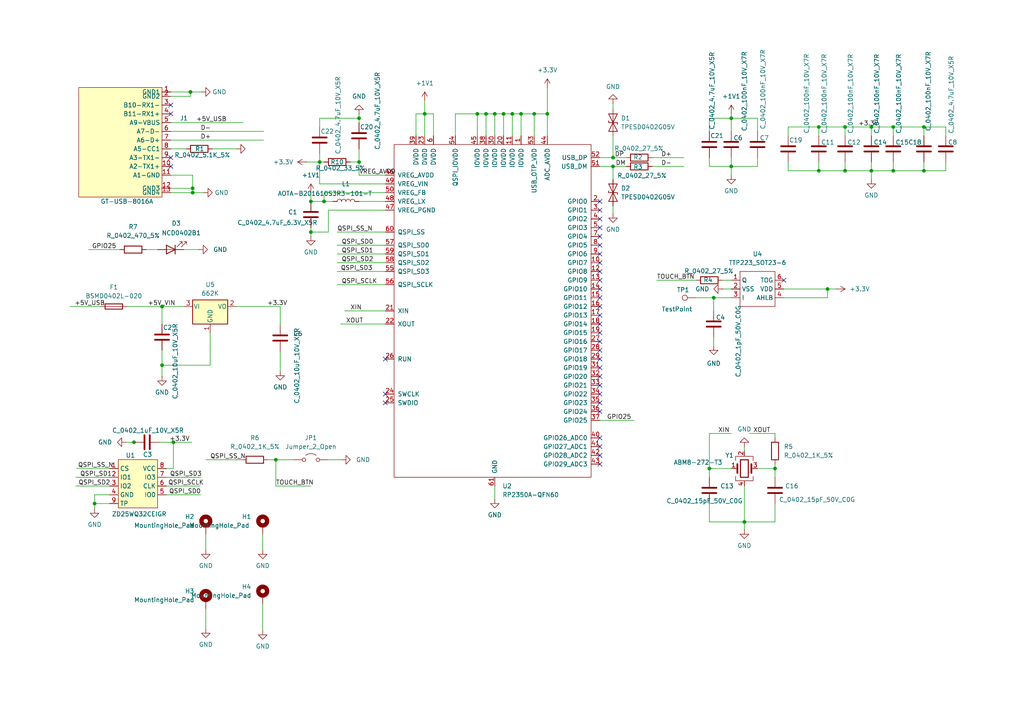
<source format=kicad_sch>
(kicad_sch (version 20250114) (generator "eeschema") (generator_version "9.0")
  (paper "A4")
  (lib_symbols
    (symbol "Connector:TestPoint" (pin_numbers (hide yes)) (pin_names (offset 0.762) (hide yes))
      (property "Reference" "TP" (at 0 6.858 0))
      (property "Value" "TestPoint" (at 0 5.08 0))
      (symbol "TestPoint_0_1"
        (circle (center 0 3.302) (radius 0.762))
      )
      (symbol "TestPoint_1_1"
        (pin passive line (at 0 0 90) (length 2.54) (name "1") (number "1"))
      )
    )
    (symbol "Device:C" (pin_numbers (hide yes)) (pin_names (offset 0.254))
      (property "Reference" "C" (at 0.635 2.54 0))
      (property "Value" "C" (at 0.635 -2.54 0))
      (symbol "C_0_1"
        (polyline (pts (xy -2.032 0.762) (xy 2.032 0.762)) (stroke (width 0.508)))
        (polyline (pts (xy -2.032 -0.762) (xy 2.032 -0.762)) (stroke (width 0.508)))
      )
      (symbol "C_1_1"
        (pin passive line (at 0 3.81 270) (length 2.794) (name "~") (number "1"))
        (pin passive line (at 0 -3.81 90) (length 2.794) (name "~") (number "2"))
      )
    )
    (symbol "Device:Crystal_GND24" (pin_names (offset 1.016) (hide yes))
      (property "Reference" "Y" (at 3.175 5.08 0))
      (property "Value" "Crystal_GND24" (at 3.175 3.175 0))
      (symbol "Crystal_GND24_0_1"
        (polyline (pts (xy -2.54 2.286) (xy -2.54 3.556) (xy 2.54 3.556) (xy 2.54 2.286)))
        (polyline (pts (xy -2.54 0) (xy -2.032 0)))
        (polyline (pts (xy -2.54 -2.286) (xy -2.54 -3.556) (xy 2.54 -3.556) (xy 2.54 -2.286)))
        (polyline (pts (xy -2.032 -1.27) (xy -2.032 1.27)) (stroke (width 0.508)))
        (rectangle (start -1.143 2.54) (end 1.143 -2.54) (stroke (width 0.3048)))
        (polyline (pts (xy 0 3.556) (xy 0 3.81)))
        (polyline (pts (xy 0 -3.81) (xy 0 -3.556)))
        (polyline (pts (xy 2.032 0) (xy 2.54 0)))
        (polyline (pts (xy 2.032 -1.27) (xy 2.032 1.27)) (stroke (width 0.508)))
      )
      (symbol "Crystal_GND24_1_1"
        (pin passive line (at -3.81 0 0) (length 1.27) (name "1") (number "1"))
        (pin passive line (at 0 5.08 270) (length 1.27) (name "2") (number "2"))
        (pin passive line (at 0 -5.08 90) (length 1.27) (name "4") (number "4"))
        (pin passive line (at 3.81 0 180) (length 1.27) (name "3") (number "3"))
      )
    )
    (symbol "Device:Fuse" (pin_numbers (hide yes)) (pin_names (offset 0))
      (property "Reference" "F" (at 2.032 0 90))
      (property "Value" "Fuse" (at -1.905 0 90))
      (symbol "Fuse_0_1"
        (rectangle (start -0.762 -2.54) (end 0.762 2.54) (stroke (width 0.254)))
        (polyline (pts (xy 0 2.54) (xy 0 -2.54)))
      )
      (symbol "Fuse_1_1"
        (pin passive line (at 0 3.81 270) (length 1.27) (name "~") (number "1"))
        (pin passive line (at 0 -3.81 90) (length 1.27) (name "~") (number "2"))
      )
    )
    (symbol "Device:L" (pin_numbers (hide yes)) (pin_names (offset 1.016) (hide yes))
      (property "Reference" "L" (at -1.27 0 90))
      (property "Value" "L" (at 1.905 0 90))
      (symbol "L_0_1"
        (arc (start 0 2.54) (mid 0.6323 1.905) (end 0 1.27))
        (arc (start 0 1.27) (mid 0.6323 0.635) (end 0 0))
        (arc (start 0 0) (mid 0.6323 -0.635) (end 0 -1.27))
        (arc (start 0 -1.27) (mid 0.6323 -1.905) (end 0 -2.54))
      )
      (symbol "L_1_1"
        (pin passive line (at 0 3.81 270) (length 1.27) (name "1") (number "1"))
        (pin passive line (at 0 -3.81 90) (length 1.27) (name "2") (number "2"))
      )
    )
    (symbol "Device:LED" (pin_numbers (hide yes)) (pin_names (offset 1.016) (hide yes))
      (property "Reference" "D" (at 0 2.54 0))
      (property "Value" "LED" (at 0 -2.54 0))
      (symbol "LED_0_1"
        (polyline (pts (xy -3.048 -0.762) (xy -4.572 -2.286) (xy -3.81 -2.286) (xy -4.572 -2.286) (xy -4.572 -1.524)))
        (polyline (pts (xy -1.778 -0.762) (xy -3.302 -2.286) (xy -2.54 -2.286) (xy -3.302 -2.286) (xy -3.302 -1.524)))
        (polyline (pts (xy -1.27 0) (xy 1.27 0)))
        (polyline (pts (xy -1.27 -1.27) (xy -1.27 1.27)) (stroke (width 0.254)))
        (polyline (pts (xy 1.27 -1.27) (xy 1.27 1.27) (xy -1.27 0) (xy 1.27 -1.27)) (stroke (width 0.254)))
      )
      (symbol "LED_1_1"
        (pin passive line (at -3.81 0 0) (length 2.54) (name "K") (number "1"))
        (pin passive line (at 3.81 0 180) (length 2.54) (name "A") (number "2"))
      )
    )
    (symbol "Device:R" (pin_numbers (hide yes)) (pin_names (offset 0))
      (property "Reference" "R" (at 2.032 0 90))
      (property "Value" "R" (at 0 0 90))
      (symbol "R_0_1"
        (rectangle (start -1.016 -2.54) (end 1.016 2.54) (stroke (width 0.254)))
      )
      (symbol "R_1_1"
        (pin passive line (at 0 3.81 270) (length 1.27) (name "~") (number "1"))
        (pin passive line (at 0 -3.81 90) (length 1.27) (name "~") (number "2"))
      )
    )
    (symbol "Diode:ESD9B5.0ST5G" (pin_numbers (hide yes)) (pin_names (offset 1.016) (hide yes))
      (property "Reference" "D" (at 0 2.54 0))
      (property "Value" "ESD9B5.0ST5G" (at 0 -2.54 0))
      (symbol "ESD9B5.0ST5G_0_1"
        (polyline (pts (xy -2.54 -1.27) (xy 0 0) (xy -2.54 1.27) (xy -2.54 -1.27)) (stroke (width 0.2032)))
        (polyline (pts (xy 0.508 1.27) (xy 0 1.27) (xy 0 -1.27) (xy -0.508 -1.27)) (stroke (width 0.2032)))
        (polyline (pts (xy 1.27 0) (xy -1.27 0)))
        (polyline (pts (xy 2.54 1.27) (xy 2.54 -1.27) (xy 0 0) (xy 2.54 1.27)) (stroke (width 0.2032)))
      )
      (symbol "ESD9B5.0ST5G_1_1"
        (pin passive line (at -3.81 0 0) (length 2.54) (name "A1") (number "1"))
        (pin passive line (at 3.81 0 180) (length 2.54) (name "A2") (number "2"))
      )
    )
    (symbol "Jumper:Jumper_2_Open" (pin_numbers (hide yes)) (pin_names (offset 0) (hide yes)) (exclude_from_sim yes)
      (property "Reference" "JP" (at 0 2.794 0))
      (property "Value" "Jumper_2_Open" (at 0 -2.286 0))
      (symbol "Jumper_2_Open_0_0"
        (circle (center -2.032 0) (radius 0.508))
        (circle (center 2.032 0) (radius 0.508))
      )
      (symbol "Jumper_2_Open_0_1"
        (arc (start -1.524 1.27) (mid 0 1.778) (end 1.524 1.27))
      )
      (symbol "Jumper_2_Open_1_1"
        (pin passive line (at -5.08 0 0) (length 2.54) (name "A") (number "1"))
        (pin passive line (at 5.08 0 180) (length 2.54) (name "B") (number "2"))
      )
    )
    (symbol "LT_RP2350A:RP2350A-QFN60" (pin_names (offset 1.016))
      (property "Reference" "U" (at 0 -1.27 0))
      (property "Value" "RP2350A-QFN60" (at 0 1.27 0))
      (symbol "RP2350A-QFN60_0_1"
        (rectangle (start -29.21 44.45) (end 27.94 -52.07))
      )
      (symbol "RP2350A-QFN60_1_0"
        (pin passive line (at 0 -54.61 90) (length 2.54) (name "GND") (number "61"))
      )
      (symbol "RP2350A-QFN60_1_1"
        (pin power_in line (at -31.75 35.56 0) (length 2.54) (name "VREG_AVDD") (number "46"))
        (pin power_in line (at -31.75 33.02 0) (length 2.54) (name "VREG_VIN") (number "49"))
        (pin power_in line (at -31.75 30.48 0) (length 2.54) (name "VREG_FB") (number "50"))
        (pin power_out line (at -31.75 27.94 0) (length 2.54) (name "VREG_LX") (number "48"))
        (pin input line (at -31.75 25.4 0) (length 2.54) (name "VREG_PGND") (number "47"))
        (pin bidirectional line (at -31.75 19.05 0) (length 2.54) (name "QSPI_SS") (number "60"))
        (pin bidirectional line (at -31.75 15.24 0) (length 2.54) (name "QSPI_SD0") (number "57"))
        (pin bidirectional line (at -31.75 12.7 0) (length 2.54) (name "QSPI_SD1") (number "59"))
        (pin bidirectional line (at -31.75 10.16 0) (length 2.54) (name "QSPI_SD2") (number "58"))
        (pin bidirectional line (at -31.75 7.62 0) (length 2.54) (name "QSPI_SD3") (number "55"))
        (pin bidirectional line (at -31.75 3.81 0) (length 2.54) (name "QSPI_SCLK") (number "56"))
        (pin input line (at -31.75 -3.81 0) (length 2.54) (name "XIN") (number "21"))
        (pin output line (at -31.75 -7.62 0) (length 2.54) (name "XOUT") (number "22"))
        (pin input line (at -31.75 -17.78 0) (length 2.54) (name "RUN") (number "26"))
        (pin input line (at -31.75 -27.94 0) (length 2.54) (name "SWCLK") (number "24"))
        (pin bidirectional line (at -31.75 -30.48 0) (length 2.54) (name "SWDIO") (number "25"))
        (pin power_in line (at -22.86 46.99 270) (length 2.54) (name "DVDD") (number "39"))
        (pin power_in line (at -20.32 46.99 270) (length 2.54) (name "DVDD") (number "23"))
        (pin power_in line (at -17.78 46.99 270) (length 2.54) (name "DVDD") (number "6"))
        (pin power_in line (at -11.43 46.99 270) (length 2.54) (name "QSPI_IOVDD") (number "54"))
        (pin power_in line (at -5.08 46.99 270) (length 2.54) (name "IOVDD") (number "45"))
        (pin power_in line (at -2.54 46.99 270) (length 2.54) (name "IOVDD") (number "38"))
        (pin power_in line (at 0 46.99 270) (length 2.54) (name "IOVDD") (number "30"))
        (pin power_in line (at 2.54 46.99 270) (length 2.54) (name "IOVDD") (number "20"))
        (pin power_in line (at 5.08 46.99 270) (length 2.54) (name "IOVDD") (number "11"))
        (pin power_in line (at 7.62 46.99 270) (length 2.54) (name "IOVDD") (number "1"))
        (pin power_in line (at 11.43 46.99 270) (length 2.54) (name "USB_OTP_VDD") (number "53"))
        (pin power_in line (at 15.24 46.99 270) (length 2.54) (name "ADC_AVDD") (number "44"))
        (pin bidirectional line (at 30.48 40.64 180) (length 2.54) (name "USB_DP") (number "52"))
        (pin bidirectional line (at 30.48 38.1 180) (length 2.54) (name "USB_DM") (number "51"))
        (pin bidirectional line (at 30.48 27.94 180) (length 2.54) (name "GPIO0") (number "2"))
        (pin bidirectional line (at 30.48 25.4 180) (length 2.54) (name "GPIO1") (number "3"))
        (pin bidirectional line (at 30.48 22.86 180) (length 2.54) (name "GPIO2") (number "4"))
        (pin bidirectional line (at 30.48 20.32 180) (length 2.54) (name "GPIO3") (number "5"))
        (pin bidirectional line (at 30.48 17.78 180) (length 2.54) (name "GPIO4") (number "7"))
        (pin bidirectional line (at 30.48 15.24 180) (length 2.54) (name "GPIO5") (number "8"))
        (pin bidirectional line (at 30.48 12.7 180) (length 2.54) (name "GPIO6") (number "9"))
        (pin bidirectional line (at 30.48 10.16 180) (length 2.54) (name "GPIO7") (number "10"))
        (pin bidirectional line (at 30.48 7.62 180) (length 2.54) (name "GPIO8") (number "12"))
        (pin bidirectional line (at 30.48 5.08 180) (length 2.54) (name "GPIO9") (number "13"))
        (pin bidirectional line (at 30.48 2.54 180) (length 2.54) (name "GPIO10") (number "14"))
        (pin bidirectional line (at 30.48 0 180) (length 2.54) (name "GPIO11") (number "15"))
        (pin bidirectional line (at 30.48 -2.54 180) (length 2.54) (name "GPIO12") (number "16"))
        (pin bidirectional line (at 30.48 -5.08 180) (length 2.54) (name "GPIO13") (number "17"))
        (pin bidirectional line (at 30.48 -7.62 180) (length 2.54) (name "GPIO14") (number "18"))
        (pin bidirectional line (at 30.48 -10.16 180) (length 2.54) (name "GPIO15") (number "19"))
        (pin bidirectional line (at 30.48 -12.7 180) (length 2.54) (name "GPIO16") (number "27"))
        (pin bidirectional line (at 30.48 -15.24 180) (length 2.54) (name "GPIO17") (number "28"))
        (pin bidirectional line (at 30.48 -17.78 180) (length 2.54) (name "GPIO18") (number "29"))
        (pin bidirectional line (at 30.48 -20.32 180) (length 2.54) (name "GPIO19") (number "31"))
        (pin bidirectional line (at 30.48 -22.86 180) (length 2.54) (name "GPIO20") (number "32"))
        (pin bidirectional line (at 30.48 -25.4 180) (length 2.54) (name "GPIO21") (number "33"))
        (pin bidirectional line (at 30.48 -27.94 180) (length 2.54) (name "GPIO22") (number "34"))
        (pin bidirectional line (at 30.48 -30.48 180) (length 2.54) (name "GPIO23") (number "35"))
        (pin bidirectional line (at 30.48 -33.02 180) (length 2.54) (name "GPIO24") (number "36"))
        (pin bidirectional line (at 30.48 -35.56 180) (length 2.54) (name "GPIO25") (number "37"))
        (pin bidirectional line (at 30.48 -40.64 180) (length 2.54) (name "GPIO26_ADC0") (number "40"))
        (pin bidirectional line (at 30.48 -43.18 180) (length 2.54) (name "GPIO27_ADC1") (number "41"))
        (pin bidirectional line (at 30.48 -45.72 180) (length 2.54) (name "GPIO28_ADC2") (number "42"))
        (pin bidirectional line (at 30.48 -48.26 180) (length 2.54) (name "GPIO29_ADC3") (number "43"))
      )
    )
    (symbol "LT_TTP223:TTP223"
      (property "Reference" "U" (at -2.54 9.398 0))
      (property "Value" "TTP223_SOT23-6" (at 0 7.112 0))
      (symbol "TTP223_0_1"
        (rectangle (start -5.08 5.08) (end 5.08 -5.08))
      )
      (symbol "TTP223_1_1"
        (pin bidirectional line (at -7.62 2.54 0) (length 2.54) (name "Q") (number "1"))
        (pin power_out line (at -7.62 0 0) (length 2.54) (name "VSS") (number "2"))
        (pin bidirectional line (at -7.62 -2.54 0) (length 2.54) (name "I") (number "3"))
        (pin bidirectional line (at 7.62 2.54 180) (length 2.54) (name "TOG") (number "6"))
        (pin power_in line (at 7.62 0 180) (length 2.54) (name "VDD") (number "5"))
        (pin bidirectional line (at 7.62 -2.54 180) (length 2.54) (name "AHLB") (number "4"))
      )
    )
    (symbol "Mechanical:MountingHole_Pad" (pin_numbers (hide yes)) (pin_names (offset 1.016) (hide yes)) (exclude_from_sim yes) (in_bom no)
      (property "Reference" "H" (at 0 6.35 0))
      (property "Value" "MountingHole_Pad" (at 0 4.445 0))
      (symbol "MountingHole_Pad_0_1"
        (circle (center 0 1.27) (radius 1.27) (stroke (width 1.27)))
      )
      (symbol "MountingHole_Pad_1_1"
        (pin input line (at 0 -2.54 90) (length 2.54) (name "1") (number "1"))
      )
    )
    (symbol "Regulator_Linear:TPS7A0533PDBZ" (pin_names (offset 0.254))
      (property "Reference" "U" (at -3.81 3.175 0))
      (property "Value" "TPS7A0533PDBZ" (at 0 3.175 0))
      (symbol "TPS7A0533PDBZ_0_1"
        (rectangle (start -5.08 -5.08) (end 5.08 1.905) (stroke (width 0.254)) (fill (type background)))
      )
      (symbol "TPS7A0533PDBZ_1_1"
        (pin power_in line (at -7.62 0 0) (length 2.54) (name "VI") (number "3"))
        (pin power_in line (at 0 -7.62 90) (length 2.54) (name "GND") (number "1"))
        (pin power_out line (at 7.62 0 180) (length 2.54) (name "VO") (number "2"))
      )
    )
    (symbol "USB_C_PLUG_3.0:GT-USB-8016A"
      (property "Reference" "J" (at 0 0 0))
      (property "Value" "GT-USB-8016A" (at 16.51 -24.13 0))
      (symbol "GT-USB-8016A_1_1"
        (rectangle (start 6.35 8.89) (end 30.48 -22.86) (fill (type background)))
        (pin power_out line (at 3.81 7.62 0) (length 2.54) (name "GND1") (number "1"))
        (pin power_out line (at 3.81 6.35 0) (length 2.54) (name "GND2") (number "2"))
        (pin bidirectional line (at 3.81 3.81 0) (length 2.54) (name "B10-RX1-") (number "3"))
        (pin bidirectional line (at 3.81 1.27 0) (length 2.54) (name "B11-RX1+") (number "4"))
        (pin bidirectional line (at 3.81 -1.27 0) (length 2.54) (name "A9-VBUS") (number "5"))
        (pin bidirectional line (at 3.81 -3.81 0) (length 2.54) (name "A7-D-") (number "6"))
        (pin bidirectional line (at 3.81 -6.35 0) (length 2.54) (name "A6-D+") (number "7"))
        (pin bidirectional line (at 3.81 -8.89 0) (length 2.54) (name "A5-CC1") (number "8"))
        (pin bidirectional line (at 3.81 -11.43 0) (length 2.54) (name "A3-TX1-") (number "9"))
        (pin bidirectional line (at 3.81 -13.97 0) (length 2.54) (name "A2-TX1+") (number "10"))
        (pin bidirectional line (at 3.81 -16.51 0) (length 2.54) (name "A1-GND") (number "11"))
        (pin power_out line (at 3.81 -20.32 0) (length 2.54) (name "GND3") (number "12"))
        (pin power_out line (at 3.81 -21.59 0) (length 2.54) (name "GND4") (number "13"))
      )
    )
    (symbol "W25Q16JVUXIQ:W25Q16JVUXIQ"
      (property "Reference" "U" (at -3.81 7.62 0))
      (property "Value" "W25Q16JVUXIQ" (at -2.54 -6.35 0))
      (symbol "W25Q16JVUXIQ_1_1"
        (rectangle (start -8.89 8.89) (end 2.54 -5.08) (fill (type background)))
        (pin input line (at -11.43 6.35 0) (length 2.54) (name "CS") (number "1"))
        (pin output line (at -11.43 3.81 0) (length 2.54) (name "IO1") (number "2"))
        (pin input line (at -11.43 1.27 0) (length 2.54) (name "IO2") (number "3"))
        (pin power_out line (at -11.43 -1.27 0) (length 2.54) (name "GND") (number "4"))
        (pin power_out line (at -11.43 -3.81 0) (length 2.54) (name "TP") (number "9"))
        (pin power_in line (at 5.08 6.35 180) (length 2.54) (name "VCC") (number "8"))
        (pin input line (at 5.08 3.81 180) (length 2.54) (name "IO3") (number "7"))
        (pin input line (at 5.08 1.27 180) (length 2.54) (name "CLK") (number "6"))
        (pin input line (at 5.08 -1.27 180) (length 2.54) (name "IO0") (number "5"))
      )
    )
    (symbol "power:+1V1" (power) (pin_numbers (hide yes)) (pin_names (offset 0) (hide yes))
      (property "Value" "+1V1" (at 0 3.556 0))
      (symbol "+1V1_0_1"
        (polyline (pts (xy -0.762 1.27) (xy 0 2.54)))
        (polyline (pts (xy 0 2.54) (xy 0.762 1.27)))
        (polyline (pts (xy 0 0) (xy 0 2.54)))
      )
      (symbol "+1V1_1_1"
        (pin power_in line (at 0 0 90) (length 0) (name "~") (number "1"))
      )
    )
    (symbol "power:+3.3V" (power) (pin_numbers (hide yes)) (pin_names (offset 0) (hide yes))
      (property "Value" "+3.3V" (at 0 3.556 0))
      (symbol "+3.3V_0_1"
        (polyline (pts (xy -0.762 1.27) (xy 0 2.54)))
        (polyline (pts (xy 0 2.54) (xy 0.762 1.27)))
        (polyline (pts (xy 0 0) (xy 0 2.54)))
      )
      (symbol "+3.3V_1_1"
        (pin power_in line (at 0 0 90) (length 0) (name "~") (number "1"))
      )
    )
    (symbol "power:GND" (power) (pin_numbers (hide yes)) (pin_names (offset 0) (hide yes))
      (property "Value" "GND" (at 0 -3.81 0))
      (symbol "GND_0_1"
        (polyline (pts (xy 0 0) (xy 0 -1.27) (xy 1.27 -1.27) (xy 0 -2.54) (xy -1.27 -1.27) (xy 0 -1.27)))
      )
      (symbol "GND_1_1"
        (pin power_in line (at 0 0 270) (length 0) (name "~") (number "1"))
      )
    )
  )
  (junction (at 212.09 34.29))
  (junction (at 80.01 133.35))
  (junction (at 46.99 88.9))
  (junction (at 224.79 135.89))
  (junction (at 55.88 55.88))
  (junction (at 259.08 36.83))
  (junction (at 245.11 49.53))
  (junction (at 148.59 33.02))
  (junction (at 205.74 135.89))
  (junction (at 267.97 36.83))
  (junction (at 177.8 48.26))
  (junction (at 237.49 49.53))
  (junction (at 267.97 49.53))
  (junction (at 215.9 151.384))
  (junction (at 177.8 45.72))
  (junction (at 252.73 49.53))
  (junction (at 104.14 46.99))
  (junction (at 90.17 58.42))
  (junction (at 252.73 36.83))
  (junction (at 237.49 36.83))
  (junction (at 55.245 26.67))
  (junction (at 143.51 33.02))
  (junction (at 212.09 48.26))
  (junction (at 38.862 128.27))
  (junction (at 55.88 54.61))
  (junction (at 207.01 86.36))
  (junction (at 140.97 33.02))
  (junction (at 93.98 58.42))
  (junction (at 90.17 67.31))
  (junction (at 27.432 146.05))
  (junction (at 245.11 36.83))
  (junction (at 138.43 33.02))
  (junction (at 92.71 46.99))
  (junction (at 46.99 105.918))
  (junction (at 259.08 49.53))
  (junction (at 123.19 33.02))
  (junction (at 104.14 34.29))
  (junction (at 146.05 33.02))
  (junction (at 158.75 33.02))
  (junction (at 151.13 33.02))
  (junction (at 240.03 83.82))
  (junction (at 50.292 128.27))
  (junction (at 154.94 33.02))
  (no_connect (at 111.76 116.84))
  (no_connect (at 111.76 104.14))
  (no_connect (at 173.99 73.66))
  (no_connect (at 173.99 58.42))
  (no_connect (at 173.99 71.12))
  (no_connect (at 173.99 134.62))
  (no_connect (at 173.99 81.28))
  (no_connect (at 111.76 114.3))
  (no_connect (at 173.99 78.74))
  (no_connect (at 173.99 101.6))
  (no_connect (at 173.99 132.08))
  (no_connect (at 173.99 91.44))
  (no_connect (at 227.33 81.28))
  (no_connect (at 173.99 104.14))
  (no_connect (at 173.99 111.76))
  (no_connect (at 49.53 33.02))
  (no_connect (at 173.99 106.68))
  (no_connect (at 49.53 45.72))
  (no_connect (at 173.99 63.5))
  (no_connect (at 173.99 127))
  (no_connect (at 49.53 48.26))
  (no_connect (at 173.99 116.84))
  (no_connect (at 173.99 83.82))
  (no_connect (at 173.99 86.36))
  (no_connect (at 173.99 114.3))
  (no_connect (at 173.99 66.04))
  (no_connect (at 173.99 68.58))
  (no_connect (at 173.99 60.96))
  (no_connect (at 173.99 129.54))
  (no_connect (at 173.99 99.06))
  (no_connect (at 173.99 76.2))
  (no_connect (at 173.99 119.38))
  (no_connect (at 49.53 30.48))
  (no_connect (at 173.99 93.98))
  (no_connect (at 173.99 109.22))
  (no_connect (at 173.99 88.9))
  (no_connect (at 173.99 96.52))
  (wire (pts (xy 252.73 49.53) (xy 252.73 52.07)))
  (wire (pts (xy 143.51 33.02) (xy 146.05 33.02)))
  (wire (pts (xy 205.74 151.384) (xy 215.9 151.384)))
  (wire (pts (xy 173.99 121.92) (xy 183.896 121.92)))
  (wire (pts (xy 209.55 81.28) (xy 212.09 81.28)))
  (wire (pts (xy 212.09 33.02) (xy 212.09 34.29)))
  (wire (pts (xy 92.71 46.99) (xy 88.9 46.99)))
  (wire (pts (xy 252.73 49.53) (xy 259.08 49.53)))
  (wire (pts (xy 209.55 83.82) (xy 212.09 83.82)))
  (wire (pts (xy 190.5 81.28) (xy 201.93 81.28)))
  (wire (pts (xy 173.99 48.26) (xy 177.8 48.26)))
  (wire (pts (xy 207.01 97.79) (xy 207.01 100.33)))
  (wire (pts (xy 189.23 48.26) (xy 198.374 48.26)))
  (wire (pts (xy 132.08 33.02) (xy 138.43 33.02)))
  (wire (pts (xy 207.01 86.36) (xy 212.09 86.36)))
  (wire (pts (xy 21.971 140.97) (xy 31.75 140.97)))
  (wire (pts (xy 224.79 151.384) (xy 224.79 146.05)))
  (wire (pts (xy 49.53 54.61) (xy 55.88 54.61)))
  (wire (pts (xy 227.33 83.82) (xy 240.03 83.82)))
  (wire (pts (xy 205.74 48.26) (xy 212.09 48.26)))
  (wire (pts (xy 177.8 29.972) (xy 177.8 31.75)))
  (wire (pts (xy 228.6 49.53) (xy 237.49 49.53)))
  (wire (pts (xy 55.88 55.88) (xy 59.055 55.88)))
  (wire (pts (xy 46.99 88.9) (xy 53.34 88.9)))
  (wire (pts (xy 245.11 36.83) (xy 245.11 39.37)))
  (wire (pts (xy 48.26 138.43) (xy 58.166 138.43)))
  (wire (pts (xy 60.96 96.52) (xy 60.96 105.918)))
  (wire (pts (xy 143.51 33.02) (xy 140.97 33.02)))
  (wire (pts (xy 158.75 33.02) (xy 154.94 33.02)))
  (wire (pts (xy 59.69 133.35) (xy 70.104 133.35)))
  (wire (pts (xy 259.08 46.99) (xy 259.08 49.53)))
  (wire (pts (xy 154.94 33.02) (xy 154.94 39.37)))
  (wire (pts (xy 92.71 34.29) (xy 104.14 34.29)))
  (wire (pts (xy 92.71 44.45) (xy 92.71 46.99)))
  (wire (pts (xy 205.74 135.89) (xy 212.09 135.89)))
  (wire (pts (xy 49.53 40.64) (xy 76.454 40.64)))
  (wire (pts (xy 227.33 86.36) (xy 240.03 86.36)))
  (wire (pts (xy 93.98 58.42) (xy 96.52 58.42)))
  (wire (pts (xy 259.08 36.83) (xy 259.08 39.37)))
  (wire (pts (xy 20.32 88.9) (xy 29.21 88.9)))
  (wire (pts (xy 205.74 151.384) (xy 205.74 146.05)))
  (wire (pts (xy 68.58 88.9) (xy 81.28 88.9)))
  (wire (pts (xy 55.88 50.8) (xy 55.88 54.61)))
  (wire (pts (xy 49.53 35.56) (xy 70.485 35.56)))
  (wire (pts (xy 49.53 38.1) (xy 76.454 38.1)))
  (wire (pts (xy 90.17 58.42) (xy 93.98 58.42)))
  (wire (pts (xy 81.28 101.854) (xy 81.28 107.696)))
  (wire (pts (xy 215.9 129.54) (xy 215.9 130.81)))
  (wire (pts (xy 97.79 73.66) (xy 111.76 73.66)))
  (wire (pts (xy 215.9 151.384) (xy 215.9 153.67)))
  (wire (pts (xy 76.2 154.94) (xy 76.2 159.512)))
  (wire (pts (xy 92.71 46.99) (xy 92.71 53.34)))
  (wire (pts (xy 21.971 138.43) (xy 31.75 138.43)))
  (wire (pts (xy 80.01 133.35) (xy 80.01 140.97)))
  (wire (pts (xy 93.98 55.88) (xy 93.98 58.42)))
  (wire (pts (xy 245.11 49.53) (xy 252.73 49.53)))
  (wire (pts (xy 55.245 26.67) (xy 58.42 26.67)))
  (wire (pts (xy 237.49 36.83) (xy 237.49 39.37)))
  (wire (pts (xy 49.53 50.8) (xy 55.88 50.8)))
  (wire (pts (xy 27.432 147.574) (xy 27.432 146.05)))
  (wire (pts (xy 146.05 33.02) (xy 148.59 33.02)))
  (wire (pts (xy 48.26 135.89) (xy 50.292 135.89)))
  (wire (pts (xy 125.73 33.02) (xy 123.19 33.02)))
  (wire (pts (xy 219.71 38.1) (xy 219.71 34.29)))
  (wire (pts (xy 49.53 55.88) (xy 55.88 55.88)))
  (wire (pts (xy 55.245 26.67) (xy 55.245 27.94)))
  (wire (pts (xy 97.79 78.74) (xy 111.76 78.74)))
  (wire (pts (xy 53.34 72.39) (xy 57.658 72.39)))
  (wire (pts (xy 205.74 38.1) (xy 205.74 34.29)))
  (wire (pts (xy 27.432 143.51) (xy 27.432 146.05)))
  (wire (pts (xy 99.949 90.17) (xy 111.76 90.17)))
  (wire (pts (xy 267.97 49.53) (xy 259.08 49.53)))
  (wire (pts (xy 228.6 36.83) (xy 228.6 39.37)))
  (wire (pts (xy 59.69 176.53) (xy 59.69 182.372)))
  (wire (pts (xy 92.71 53.34) (xy 111.76 53.34)))
  (wire (pts (xy 177.8 48.26) (xy 181.61 48.26)))
  (wire (pts (xy 46.482 128.27) (xy 50.292 128.27)))
  (wire (pts (xy 95.25 133.35) (xy 99.06 133.35)))
  (wire (pts (xy 46.99 88.9) (xy 46.99 93.98)))
  (wire (pts (xy 212.09 48.26) (xy 219.71 48.26)))
  (wire (pts (xy 61.595 43.18) (xy 68.58 43.18)))
  (wire (pts (xy 81.28 88.9) (xy 81.28 94.234)))
  (wire (pts (xy 143.51 140.97) (xy 143.51 144.78)))
  (wire (pts (xy 104.14 58.42) (xy 111.76 58.42)))
  (wire (pts (xy 205.74 125.73) (xy 205.74 135.89)))
  (wire (pts (xy 143.51 33.02) (xy 143.51 39.37)))
  (wire (pts (xy 252.73 46.99) (xy 252.73 49.53)))
  (wire (pts (xy 123.19 29.21) (xy 123.19 33.02)))
  (wire (pts (xy 80.01 133.35) (xy 85.09 133.35)))
  (wire (pts (xy 224.79 127) (xy 224.79 125.73)))
  (wire (pts (xy 36.576 128.27) (xy 38.862 128.27)))
  (wire (pts (xy 252.73 36.83) (xy 245.11 36.83)))
  (wire (pts (xy 101.6 46.99) (xy 104.14 46.99)))
  (wire (pts (xy 120.65 33.02) (xy 123.19 33.02)))
  (wire (pts (xy 92.71 46.99) (xy 93.98 46.99)))
  (wire (pts (xy 177.8 39.37) (xy 177.8 45.72)))
  (wire (pts (xy 123.19 33.02) (xy 123.19 39.37)))
  (wire (pts (xy 237.49 46.99) (xy 237.49 49.53)))
  (wire (pts (xy 274.32 46.99) (xy 274.32 49.53)))
  (wire (pts (xy 212.09 34.29) (xy 212.09 38.1)))
  (wire (pts (xy 219.71 34.29) (xy 212.09 34.29)))
  (wire (pts (xy 205.74 34.29) (xy 212.09 34.29)))
  (wire (pts (xy 48.26 143.51) (xy 58.166 143.51)))
  (wire (pts (xy 55.88 54.61) (xy 55.88 55.88)))
  (wire (pts (xy 80.01 140.97) (xy 90.17 140.97)))
  (wire (pts (xy 104.14 43.18) (xy 104.14 46.99)))
  (wire (pts (xy 240.03 83.82) (xy 240.03 86.36)))
  (wire (pts (xy 237.49 36.83) (xy 245.11 36.83)))
  (wire (pts (xy 97.79 82.55) (xy 111.76 82.55)))
  (wire (pts (xy 42.418 72.39) (xy 45.72 72.39)))
  (wire (pts (xy 140.97 33.02) (xy 140.97 39.37)))
  (wire (pts (xy 90.17 55.88) (xy 90.17 58.42)))
  (wire (pts (xy 22.225 135.89) (xy 31.75 135.89)))
  (wire (pts (xy 120.65 39.37) (xy 120.65 33.02)))
  (wire (pts (xy 217.424 125.73) (xy 224.79 125.73)))
  (wire (pts (xy 97.79 71.12) (xy 111.76 71.12)))
  (wire (pts (xy 104.14 33.02) (xy 104.14 34.29)))
  (wire (pts (xy 252.73 36.83) (xy 252.73 39.37)))
  (wire (pts (xy 224.79 134.62) (xy 224.79 135.89)))
  (wire (pts (xy 237.49 49.53) (xy 245.11 49.53)))
  (wire (pts (xy 158.75 25.4) (xy 158.75 33.02)))
  (wire (pts (xy 36.83 88.9) (xy 46.99 88.9)))
  (wire (pts (xy 224.79 135.89) (xy 224.79 138.43)))
  (wire (pts (xy 224.79 151.384) (xy 215.9 151.384)))
  (wire (pts (xy 219.71 48.26) (xy 219.71 45.72)))
  (wire (pts (xy 189.23 45.72) (xy 198.374 45.72)))
  (wire (pts (xy 46.99 101.6) (xy 46.99 105.918)))
  (wire (pts (xy 46.99 109.22) (xy 46.99 105.918)))
  (wire (pts (xy 267.97 36.83) (xy 259.08 36.83)))
  (wire (pts (xy 259.08 36.83) (xy 252.73 36.83)))
  (wire (pts (xy 46.99 105.918) (xy 60.96 105.918)))
  (wire (pts (xy 173.99 45.72) (xy 177.8 45.72)))
  (wire (pts (xy 104.14 46.99) (xy 104.14 50.8)))
  (wire (pts (xy 49.53 27.94) (xy 55.245 27.94)))
  (wire (pts (xy 38.862 128.27) (xy 38.989 128.27)))
  (wire (pts (xy 215.9 140.97) (xy 215.9 151.384)))
  (wire (pts (xy 25.654 72.39) (xy 34.798 72.39)))
  (wire (pts (xy 219.71 135.89) (xy 224.79 135.89)))
  (wire (pts (xy 267.97 46.99) (xy 267.97 49.53)))
  (wire (pts (xy 138.43 33.02) (xy 138.43 39.37)))
  (wire (pts (xy 59.69 154.94) (xy 59.69 159.512)))
  (wire (pts (xy 95.25 60.96) (xy 111.76 60.96)))
  (wire (pts (xy 90.17 67.31) (xy 90.17 68.58)))
  (wire (pts (xy 104.14 50.8) (xy 111.76 50.8)))
  (wire (pts (xy 274.32 49.53) (xy 267.97 49.53)))
  (wire (pts (xy 76.2 175.26) (xy 76.2 182.88)))
  (wire (pts (xy 177.8 48.26) (xy 177.8 52.07)))
  (wire (pts (xy 274.32 39.37) (xy 274.32 36.83)))
  (wire (pts (xy 158.75 39.37) (xy 158.75 33.02)))
  (wire (pts (xy 205.74 125.73) (xy 212.09 125.73)))
  (wire (pts (xy 201.93 86.36) (xy 207.01 86.36)))
  (wire (pts (xy 90.17 67.31) (xy 95.25 67.31)))
  (wire (pts (xy 207.01 86.36) (xy 207.01 90.17)))
  (wire (pts (xy 151.13 39.37) (xy 151.13 33.02)))
  (wire (pts (xy 50.292 135.89) (xy 50.292 128.27)))
  (wire (pts (xy 228.6 36.83) (xy 237.49 36.83)))
  (wire (pts (xy 228.6 46.99) (xy 228.6 49.53)))
  (wire (pts (xy 97.79 76.2) (xy 111.76 76.2)))
  (wire (pts (xy 97.79 67.31) (xy 111.76 67.31)))
  (wire (pts (xy 95.25 67.31) (xy 95.25 60.96)))
  (wire (pts (xy 146.05 33.02) (xy 146.05 39.37)))
  (wire (pts (xy 49.53 43.18) (xy 53.975 43.18)))
  (wire (pts (xy 148.59 39.37) (xy 148.59 33.02)))
  (wire (pts (xy 27.432 146.05) (xy 31.75 146.05)))
  (wire (pts (xy 98.806 93.98) (xy 111.76 93.98)))
  (wire (pts (xy 77.724 133.35) (xy 80.01 133.35)))
  (wire (pts (xy 177.8 45.72) (xy 181.61 45.72)))
  (wire (pts (xy 212.09 45.72) (xy 212.09 48.26)))
  (wire (pts (xy 132.08 39.37) (xy 132.08 33.02)))
  (wire (pts (xy 205.74 135.89) (xy 205.74 138.43)))
  (wire (pts (xy 50.292 128.27) (xy 55.626 128.27)))
  (wire (pts (xy 111.76 55.88) (xy 93.98 55.88)))
  (wire (pts (xy 125.73 39.37) (xy 125.73 33.02)))
  (wire (pts (xy 274.32 36.83) (xy 267.97 36.83)))
  (wire (pts (xy 90.17 66.04) (xy 90.17 67.31)))
  (wire (pts (xy 140.97 33.02) (xy 138.43 33.02)))
  (wire (pts (xy 49.53 26.67) (xy 55.245 26.67)))
  (wire (pts (xy 267.97 36.83) (xy 267.97 39.37)))
  (wire (pts (xy 205.74 45.72) (xy 205.74 48.26)))
  (wire (pts (xy 177.8 59.69) (xy 177.8 61.976)))
  (wire (pts (xy 104.14 34.29) (xy 104.14 35.56)))
  (wire (pts (xy 48.26 140.97) (xy 58.039 140.97)))
  (wire (pts (xy 151.13 33.02) (xy 154.94 33.02)))
  (wire (pts (xy 245.11 46.99) (xy 245.11 49.53)))
  (wire (pts (xy 31.75 143.51) (xy 27.432 143.51)))
  (wire (pts (xy 212.09 48.26) (xy 212.09 50.8)))
  (wire (pts (xy 148.59 33.02) (xy 151.13 33.02)))
  (wire (pts (xy 240.03 83.82) (xy 242.57 83.82)))
  (wire (pts (xy 92.71 36.83) (xy 92.71 34.29)))
  (label "QSPI_SD0" (at 49.022 143.51 0))
  (label "QSPI_SS_N" (at 97.79 67.31 0))
  (label "QSPI_SD3" (at 98.806 78.74 0))
  (label "QSPI_SD2" (at 99.06 76.2 0))
  (label "+5V_VIN" (at 42.8244 88.9 0))
  (label "QSPI_SD1" (at 23.2156 138.43 0))
  (label "DM" (at 178.562 48.26 0))
  (label "QSPI_SCLK" (at 99.06 82.55 0))
  (label "+3.3V" (at 248.92 36.83 0))
  (label "+3.3V" (at 77.47 88.9 0))
  (label "QSPI_SS_N" (at 22.606 135.89 0))
  (label "QSPI_SS_N" (at 60.96 133.35 0))
  (label "QSPI_SCLK" (at 48.768 140.97 0))
  (label "QSPI_SD0" (at 99.06 71.12 0))
  (label "TOUCH_BTN" (at 80.01 140.97 0))
  (label "QSPI_SD2" (at 22.733 140.97 0))
  (label "XIN" (at 101.6 90.17 0))
  (label "D-" (at 58.166 38.1 0))
  (label "+5V_USB" (at 21.59 88.9 0))
  (label "VREG_AVDD" (at 104.14 50.8 0))
  (label "D-" (at 191.77 48.26 0))
  (label "TOUCH_BTN" (at 190.5 81.28 0))
  (label "+3.3V" (at 49.149 128.27 0))
  (label "D+" (at 191.77 45.72 0))
  (label "XOUT" (at 100.33 93.98 0))
  (label "GPIO25" (at 176.022 121.92 0))
  (label "GPIO25" (at 26.67 72.39 0))
  (label "+5V_USB" (at 56.896 35.56 0))
  (label "D+" (at 58.166 40.64 0))
  (label "XIN" (at 208.28 125.73 0))
  (label "QSPI_SD3" (at 49.276 138.43 0))
  (label "XOUT" (at 218.44 125.73 0))
  (label "DP" (at 178.308 45.72 0))
  (label "QSPI_SD1" (at 99.06 73.66 0))
  (symbol (lib_id "power:GND") (at 36.576 128.27 270) (unit 1)
    (property "Reference" "#PWR03" (effects (hide yes)))
    (property "Value" "GND" (at 32.512 128.27 90) (effects (justify right)))
    (property "Description" "Power symbol creates a global label with name \"GND\" , ground" (effects (hide yes)))
  )
  (symbol (lib_id "Mechanical:MountingHole_Pad") (at 59.69 173.99 0) (mirror y) (unit 1)
    (property "Reference" "H3" (at 56.388 171.45 0) (effects (justify left)))
    (property "Value" "MountingHole_Pad" (at 56.388 173.99 0) (effects (justify left)))
    (property "Footprint" "LT_TinyMountingHole:MountingHole-M1.4" (effects (hide yes)))
    (property "Description" "Mounting Hole with connection" (effects (hide yes)))
  )
  (symbol (lib_id "power:GND") (at 76.2 159.512 0) (unit 1)
    (property "Reference" "#PWR022" (effects (hide yes)))
    (property "Value" "GND" (at 76.2 164.084 0))
    (property "Description" "Power symbol creates a global label with name \"GND\" , ground" (effects (hide yes)))
  )
  (symbol (lib_id "power:GND") (at 215.9 129.54 180) (unit 1)
    (property "Reference" "#PWR023" (effects (hide yes)))
    (property "Value" "GND" (at 215.9 124.46 0))
    (property "Description" "Power symbol creates a global label with name \"GND\" , ground" (effects (hide yes)))
  )
  (symbol (lib_id "Device:C") (at 205.74 41.91 0) (mirror x) (unit 1)
    (property "Reference" "C21" (at 205.994 39.37 0) (effects (justify left)))
    (property "Value" "C_0402_4.7uF_10V_X5R" (at 206.502 14.986 90) (effects (justify left)))
    (property "Footprint" "Capacitor_SMD:C_0402_1005Metric" (effects (hide yes)))
    (property "Description" "Unpolarized capacitor" (effects (hide yes)))
  )
  (symbol (lib_id "Device:C") (at 212.09 41.91 0) (unit 1)
    (property "Reference" "C6" (at 212.725 40.005 0) (effects (justify left)))
    (property "Value" "C_0402_100nF_10V_X7R" (at 215.9 38.1 90) (effects (justify left)))
    (property "Footprint" "Capacitor_SMD:C_0402_1005Metric" (effects (hide yes)))
    (property "Description" "Unpolarized capacitor" (effects (hide yes)))
  )
  (symbol (lib_id "LT_RP2350A:RP2350A-QFN60") (at 143.51 86.36 0) (unit 1)
    (property "Reference" "U2" (at 145.7041 140.97 0) (effects (justify left)))
    (property "Value" "RP2350A-QFN60" (at 145.7041 143.51 0) (effects (justify left)))
    (property "Footprint" "LT_QFN60:RP2350A_QFN-60_EP_7.75x7.75_Pitch0.4mm" (effects (hide yes)))
  )
  (symbol (lib_id "power:GND") (at 27.432 147.574 0) (unit 1)
    (property "Reference" "#PWR01" (effects (hide yes)))
    (property "Value" "GND" (at 27.432 152.146 0))
    (property "Description" "Power symbol creates a global label with name \"GND\" , ground" (effects (hide yes)))
  )
  (symbol (lib_id "power:GND") (at 212.09 50.8 0) (unit 1)
    (property "Reference" "#PWR029" (effects (hide yes)))
    (property "Value" "GND" (at 212.09 55.372 0))
    (property "Description" "Power symbol creates a global label with name \"GND\" , ground" (effects (hide yes)))
  )
  (symbol (lib_id "power:+1V1") (at 123.19 29.21 0) (unit 1)
    (property "Reference" "#PWR010" (effects (hide yes)))
    (property "Value" "+1V1" (at 123.19 24.13 0))
    (property "Description" "Power symbol creates a global label with name \"+1V1\"" (effects (hide yes)))
  )
  (symbol (lib_id "Device:R") (at 205.74 81.28 90) (unit 1)
    (property "Reference" "R4" (at 205.359 81.1784 90))
    (property "Value" "R_0402_27_5%" (at 205.613 78.613 90))
    (property "Footprint" "Resistor_SMD:R_0402_1005Metric" (effects (hide yes)))
    (property "Description" "Resistor" (effects (hide yes)))
  )
  (symbol (lib_id "Device:R") (at 73.914 133.35 90) (unit 1)
    (property "Reference" "R6" (at 73.914 127 90))
    (property "Value" "R_0402_1K_5%" (at 73.914 129.54 90))
    (property "Footprint" "Resistor_SMD:R_0402_1005Metric" (effects (hide yes)))
    (property "Description" "Resistor" (effects (hide yes)))
  )
  (symbol (lib_id "Connector:TestPoint") (at 201.93 86.36 90) (unit 1) (in_bom no)
    (property "Reference" "TP1" (at 198.12 84.074 90))
    (property "Value" "TestPoint" (at 196.342 89.662 90))
    (property "Footprint" "LT_TestPoint:TP_8MM" (effects (hide yes)))
    (property "Description" "test point" (effects (hide yes)))
  )
  (symbol (lib_id "Device:C") (at 252.73 43.18 0) (unit 1)
    (property "Reference" "C14" (at 253.365 41.275 0) (effects (justify left)))
    (property "Value" "C_0402_100nF_10V_X7R" (at 254.3048 38.8112 90) (effects (justify left)))
    (property "Footprint" "Capacitor_SMD:C_0402_1005Metric" (effects (hide yes)))
    (property "Description" "Unpolarized capacitor" (effects (hide yes)))
  )
  (symbol (lib_id "Device:C") (at 207.01 93.98 0) (unit 1)
    (property "Reference" "C4" (at 207.645 92.075 0) (effects (justify left)))
    (property "Value" "C_0402_1pF_50V_C0G" (at 214.122 109.474 90) (effects (justify left)))
    (property "Footprint" "Capacitor_SMD:C_0402_1005Metric" (effects (hide yes)))
    (property "Description" "Unpolarized capacitor" (effects (hide yes)))
  )
  (symbol (lib_id "Device:C") (at 104.14 39.37 0) (mirror x) (unit 1)
    (property "Reference" "C20" (at 104.394 36.83 0) (effects (justify left)))
    (property "Value" "C_0402_4.7uF_10V_X5R" (at 109.474 20.828 90) (effects (justify left)))
    (property "Footprint" "Capacitor_SMD:C_0402_1005Metric" (effects (hide yes)))
    (property "Description" "Unpolarized capacitor" (effects (hide yes)))
  )
  (symbol (lib_id "power:GND") (at 68.58 43.18 90) (unit 1)
    (property "Reference" "#PWR08" (effects (hide yes)))
    (property "Value" "GND" (effects (hide yes)))
    (property "Description" "Power symbol creates a global label with name \"GND\" , ground" (effects (hide yes)))
  )
  (symbol (lib_id "power:+3.3V") (at 158.75 25.4 0) (unit 1)
    (property "Reference" "#PWR012" (effects (hide yes)))
    (property "Value" "+3.3V" (at 158.75 20.32 0))
    (property "Description" "Power symbol creates a global label with name \"+3.3V\"" (effects (hide yes)))
  )
  (symbol (lib_id "power:GND") (at 215.9 153.67 0) (unit 1)
    (property "Reference" "#PWR017" (effects (hide yes)))
    (property "Value" "GND" (at 215.9 158.242 0))
    (property "Description" "Power symbol creates a global label with name \"GND\" , ground" (effects (hide yes)))
  )
  (symbol (lib_id "Mechanical:MountingHole_Pad") (at 76.2 152.4 0) (mirror y) (unit 1)
    (property "Reference" "H1" (at 72.898 149.86 0) (effects (justify left)))
    (property "Value" "MountingHole_Pad" (at 72.39 152.4 0) (effects (justify left)))
    (property "Footprint" "LT_TinyMountingHole:MountingHole-M1.4" (effects (hide yes)))
    (property "Description" "Mounting Hole with connection" (effects (hide yes)))
  )
  (symbol (lib_id "Device:R") (at 38.608 72.39 90) (unit 1)
    (property "Reference" "R7" (at 38.608 65.786 90))
    (property "Value" "R_0402_470_5%" (at 38.608 68.326 90))
    (property "Footprint" "Resistor_SMD:R_0402_1005Metric" (effects (hide yes)))
    (property "Description" "Resistor" (effects (hide yes)))
  )
  (symbol (lib_id "power:GND") (at 99.06 133.35 90) (unit 1)
    (property "Reference" "#PWR09" (effects (hide yes)))
    (property "Value" "GND" (at 103.251 133.35 90) (effects (justify right)))
    (property "Description" "Power symbol creates a global label with name \"GND\" , ground" (effects (hide yes)))
  )
  (symbol (lib_id "Diode:ESD9B5.0ST5G") (at 177.8 55.88 90) (unit 1)
    (property "Reference" "D2" (at 180.086 54.6099 90) (effects (justify right)))
    (property "Value" "TPESD0402G05V" (at 180.086 57.1499 90) (effects (justify right)))
    (property "Footprint" "Resistor_SMD:R_0402_1005Metric" (effects (hide yes)))
    (property "Datasheet" "https://www.onsemi.com/pub/Collateral/ESD9B-D.PDF" (effects (hide yes)))
    (property "Description" "ESD protection diode, 5.0Vrwm, SOD-923" (effects (hide yes)))
  )
  (symbol (lib_id "Device:R") (at 224.79 130.81 0) (unit 1)
    (property "Reference" "R5" (at 227.33 129.5399 0) (effects (justify left)))
    (property "Value" "R_0402_1K_5%" (at 227.33 132.0799 0) (effects (justify left)))
    (property "Footprint" "Resistor_SMD:R_0402_1005Metric" (effects (hide yes)))
    (property "Description" "Resistor" (effects (hide yes)))
  )
  (symbol (lib_id "Device:C") (at 205.74 142.24 0) (unit 1)
    (property "Reference" "C13" (at 208.915 140.97 0) (effects (justify left)))
    (property "Value" "C_0402_15pF_50V_C0G" (at 193.294 145.288 0) (effects (justify left)))
    (property "Footprint" "Capacitor_SMD:C_0402_1005Metric" (effects (hide yes)))
    (property "Description" "Unpolarized capacitor" (effects (hide yes)))
  )
  (symbol (lib_id "Device:Crystal_GND24") (at 215.9 135.89 0) (unit 1)
    (property "Reference" "Y1" (at 211.582 132.08 0))
    (property "Value" "ABM8-272-T3" (at 202.438 134.112 0))
    (property "Footprint" "Crystal:Crystal_SMD_2520-4Pin_2.5x2.0mm" (effects (hide yes)))
    (property "Description" "Four pin crystal, GND on pins 2 and 4" (effects (hide yes)))
  )
  (symbol (lib_id "power:+1V1") (at 212.09 33.02 0) (unit 1)
    (property "Reference" "#PWR028" (effects (hide yes)))
    (property "Value" "+1V1" (at 212.09 27.94 0))
    (property "Description" "Power symbol creates a global label with name \"+1V1\"" (effects (hide yes)))
  )
  (symbol (lib_id "power:GND") (at 143.51 144.78 0) (unit 1)
    (property "Reference" "#PWR011" (effects (hide yes)))
    (property "Value" "GND" (at 143.51 149.352 0))
    (property "Description" "Power symbol creates a global label with name \"GND\" , ground" (effects (hide yes)))
  )
  (symbol (lib_id "power:GND") (at 76.2 182.88 0) (unit 1)
    (property "Reference" "#PWR027" (effects (hide yes)))
    (property "Value" "GND" (at 76.2 187.452 0))
    (property "Description" "Power symbol creates a global label with name \"GND\" , ground" (effects (hide yes)))
  )
  (symbol (lib_id "Device:C") (at 92.71 40.64 0) (mirror x) (unit 1)
    (property "Reference" "C22" (at 92.964 38.1 0) (effects (justify left)))
    (property "Value" "C_0402_4.7uF_10V_X5R" (at 98.044 22.098 90) (effects (justify left)))
    (property "Footprint" "Capacitor_SMD:C_0402_1005Metric" (effects (hide yes)))
    (property "Description" "Unpolarized capacitor" (effects (hide yes)))
  )
  (symbol (lib_id "Device:C") (at 267.97 43.18 0) (mirror y) (unit 1)
    (property "Reference" "C18" (at 267.335 41.275 0) (effects (justify left)))
    (property "Value" "C_0402_100nF_10V_X7R" (at 269.24 38.1 90) (effects (justify left)))
    (property "Footprint" "Capacitor_SMD:C_0402_1005Metric" (effects (hide yes)))
    (property "Description" "Unpolarized capacitor" (effects (hide yes)))
  )
  (symbol (lib_id "W25Q16JVUXIQ:W25Q16JVUXIQ") (at 43.18 142.24 0) (unit 1)
    (property "Reference" "U1" (at 37.846 132.08 0))
    (property "Value" "ZD25WQ32CEIGR" (at 40.386 149.098 0))
    (property "Footprint" "LT_USON8:USON8-2x3mm-EP0.2x1.6mm" (effects (hide yes)))
  )
  (symbol (lib_id "power:GND") (at 177.8 61.976 0) (mirror y) (unit 1)
    (property "Reference" "#PWR019" (effects (hide yes)))
    (property "Value" "GND" (at 177.8 66.548 0))
    (property "Description" "Power symbol creates a global label with name \"GND\" , ground" (effects (hide yes)))
  )
  (symbol (lib_id "power:+3.3V") (at 242.57 83.82 270) (unit 1)
    (property "Reference" "#PWR018" (effects (hide yes)))
    (property "Value" "+3.3V" (at 246.38 83.8199 90) (effects (justify left)))
    (property "Description" "Power symbol creates a global label with name \"+3.3V\"" (effects (hide yes)))
  )
  (symbol (lib_id "Mechanical:MountingHole_Pad") (at 76.2 172.72 0) (mirror y) (unit 1)
    (property "Reference" "H4" (at 72.898 170.18 0) (effects (justify left)))
    (property "Value" "MountingHole_Pad" (at 72.898 172.72 0) (effects (justify left)))
    (property "Footprint" "LT_TinyMountingHole:MountingHole-M1.4" (effects (hide yes)))
    (property "Description" "Mounting Hole with connection" (effects (hide yes)))
  )
  (symbol (lib_id "Jumper:Jumper_2_Open") (at 90.17 133.35 0) (unit 1) (exclude_from_sim yes)
    (property "Reference" "JP1" (at 90.17 127 0))
    (property "Value" "Jumper_2_Open" (at 90.17 129.54 0))
    (property "Footprint" "Jumper:SolderJumper-2_P1.3mm_Open_Pad1.0x1.5mm" (effects (hide yes)))
    (property "Description" "Jumper, 2-pole, open" (effects (hide yes)))
  )
  (symbol (lib_id "power:GND") (at 207.01 100.33 0) (unit 1)
    (property "Reference" "#PWR024" (effects (hide yes)))
    (property "Value" "GND" (at 207.01 105.41 0))
    (property "Description" "Power symbol creates a global label with name \"GND\" , ground" (effects (hide yes)))
  )
  (symbol (lib_id "LT_TTP223:TTP223") (at 219.71 83.82 0) (unit 1)
    (property "Reference" "U4" (at 219.71 73.66 0))
    (property "Value" "TTP223_SOT23-6" (at 219.71 76.2 0))
    (property "Footprint" "Package_TO_SOT_SMD:SOT-23-6" (effects (hide yes)))
  )
  (symbol (lib_id "power:GND") (at 90.17 68.58 0) (unit 1)
    (property "Reference" "#PWR014" (effects (hide yes)))
    (property "Value" "GND" (at 90.17 73.152 0))
    (property "Description" "Power symbol creates a global label with name \"GND\" , ground" (effects (hide yes)))
  )
  (symbol (lib_id "Device:C") (at 224.79 142.24 0) (unit 1)
    (property "Reference" "C16" (at 227.711 140.97 0) (effects (justify left)))
    (property "Value" "C_0402_15pF_50V_C0G" (at 225.933 144.907 0) (effects (justify left)))
    (property "Footprint" "Capacitor_SMD:C_0402_1005Metric" (effects (hide yes)))
    (property "Description" "Unpolarized capacitor" (effects (hide yes)))
  )
  (symbol (lib_id "power:GND") (at 59.055 55.88 90) (unit 1)
    (property "Reference" "#PWR05" (effects (hide yes)))
    (property "Value" "GND" (at 62.23 55.88 90) (effects (justify right)))
    (property "Description" "Power symbol creates a global label with name \"GND\" , ground" (effects (hide yes)))
  )
  (symbol (lib_id "power:GND") (at 58.42 26.67 90) (unit 1)
    (property "Reference" "#PWR04" (effects (hide yes)))
    (property "Value" "GND" (at 61.595 26.67 90) (effects (justify right)))
    (property "Description" "Power symbol creates a global label with name \"GND\" , ground" (effects (hide yes)))
  )
  (symbol (lib_id "Device:L") (at 100.33 58.42 90) (unit 1)
    (property "Reference" "L1" (at 100.33 53.34 90))
    (property "Value" "AOTA-B201610S3R3-101-T" (at 94.234 56.134 90))
    (property "Footprint" "LT_Inductor:LT_L0806" (effects (hide yes)))
    (property "Description" "Inductor" (effects (hide yes)))
  )
  (symbol (lib_id "Device:R") (at 97.79 46.99 90) (unit 1)
    (property "Reference" "R10" (at 97.79 46.99 90))
    (property "Value" "R_0402_33_5%" (at 98.679 48.768 90))
    (property "Footprint" "Resistor_SMD:R_0402_1005Metric" (effects (hide yes)))
    (property "Description" "Resistor" (effects (hide yes)))
  )
  (symbol (lib_id "Device:C") (at 259.08 43.18 0) (unit 1)
    (property "Reference" "C15" (at 259.715 41.275 0) (effects (justify left)))
    (property "Value" "C_0402_100nF_10V_X7R" (at 260.6548 38.8112 90) (effects (justify left)))
    (property "Footprint" "Capacitor_SMD:C_0402_1005Metric" (effects (hide yes)))
    (property "Description" "Unpolarized capacitor" (effects (hide yes)))
  )
  (symbol (lib_id "Device:R") (at 185.42 48.26 90) (unit 1)
    (property "Reference" "R3" (at 185.039 48.4124 90))
    (property "Value" "R_0402_27_5%" (at 186.182 50.927 90))
    (property "Footprint" "Resistor_SMD:R_0402_1005Metric" (effects (hide yes)))
    (property "Description" "Resistor" (effects (hide yes)))
  )
  (symbol (lib_id "Device:R") (at 57.785 43.18 90) (unit 1)
    (property "Reference" "R1" (at 57.912 43.18 90))
    (property "Value" "R_0402_5.1K_5%" (at 58.674 44.958 90))
    (property "Footprint" "Resistor_SMD:R_0402_1005Metric" (effects (hide yes)))
    (property "Description" "Resistor" (effects (hide yes)))
  )
  (symbol (lib_id "Device:LED") (at 49.53 72.39 180) (unit 1)
    (property "Reference" "D3" (at 51.1175 64.77 0))
    (property "Value" "NCD0402B1" (at 52.578 67.564 0))
    (property "Footprint" "LED_SMD:LED_0402_1005Metric" (effects (hide yes)))
    (property "Description" "Light emitting diode" (effects (hide yes)))
    (property "Sim.Pins" "1=K 2=A" (effects (hide yes)))
  )
  (symbol (lib_id "power:GND") (at 59.69 159.512 0) (unit 1)
    (property "Reference" "#PWR016" (effects (hide yes)))
    (property "Value" "GND" (at 59.69 164.084 0))
    (property "Description" "Power symbol creates a global label with name \"GND\" , ground" (effects (hide yes)))
  )
  (symbol (lib_id "Device:C") (at 228.6 43.18 0) (mirror x) (unit 1)
    (property "Reference" "C19" (at 228.854 40.64 0) (effects (justify left)))
    (property "Value" "C_0402_100nF_10V_X7R" (at 233.934 15.494 90) (effects (justify left)))
    (property "Footprint" "Capacitor_SMD:C_0402_1005Metric" (effects (hide yes)))
    (property "Description" "Unpolarized capacitor" (effects (hide yes)))
  )
  (symbol (lib_id "Device:C") (at 274.32 43.18 0) (unit 1)
    (property "Reference" "C8" (at 274.955 41.275 0) (effects (justify left)))
    (property "Value" "C_0402_4.7uF_10V_X5R" (at 275.8948 38.8112 90) (effects (justify left)))
    (property "Footprint" "Capacitor_SMD:C_0402_1005Metric" (effects (hide yes)))
    (property "Description" "Unpolarized capacitor" (effects (hide yes)))
  )
  (symbol (lib_id "power:GND") (at 209.55 83.82 270) (unit 1)
    (property "Reference" "#PWR021" (effects (hide yes)))
    (property "Value" "GND" (at 205.74 83.8199 90) (effects (justify right)))
    (property "Description" "Power symbol creates a global label with name \"GND\" , ground" (effects (hide yes)))
  )
  (symbol (lib_id "power:+3.3V") (at 88.9 46.99 90) (unit 1)
    (property "Reference" "#PWR013" (effects (hide yes)))
    (property "Value" "+3.3V" (at 85.09 46.9899 90) (effects (justify left)))
    (property "Description" "Power symbol creates a global label with name \"+3.3V\"" (effects (hide yes)))
  )
  (symbol (lib_id "power:GND") (at 59.69 182.372 0) (unit 1)
    (property "Reference" "#PWR026" (effects (hide yes)))
    (property "Value" "GND" (at 59.69 186.944 0))
    (property "Description" "Power symbol creates a global label with name \"GND\" , ground" (effects (hide yes)))
  )
  (symbol (lib_id "Device:C") (at 46.99 97.79 0) (unit 1)
    (property "Reference" "C2" (at 47.244 94.996 0) (effects (justify left)))
    (property "Value" "C_0402_10uF_10V_X5R" (at 50.8 115.824 90) (effects (justify left)))
    (property "Footprint" "Capacitor_SMD:C_0402_1005Metric" (effects (hide yes)))
    (property "Description" "Unpolarized capacitor" (effects (hide yes)))
  )
  (symbol (lib_id "Diode:ESD9B5.0ST5G") (at 177.8 35.56 90) (unit 1)
    (property "Reference" "D1" (at 180.086 34.2899 90) (effects (justify right)))
    (property "Value" "TPESD0402G05V" (at 180.086 36.8299 90) (effects (justify right)))
    (property "Footprint" "Resistor_SMD:R_0402_1005Metric" (effects (hide yes)))
    (property "Datasheet" "https://www.onsemi.com/pub/Collateral/ESD9B-D.PDF" (effects (hide yes)))
    (property "Description" "ESD protection diode, 5.0Vrwm, SOD-923" (effects (hide yes)))
  )
  (symbol (lib_id "USB_C_PLUG_3.0:GT-USB-8016A") (at 53.34 34.29 0) (mirror y) (unit 1)
    (property "Reference" "J1" (at 53.34 34.29 0))
    (property "Value" "GT-USB-8016A" (at 36.83 58.42 0))
    (property "Footprint" "LT_GT-USB-8016A:GT-USB-8016A" (effects (hide yes)))
  )
  (symbol (lib_id "power:GND") (at 177.8 29.972 180) (unit 1)
    (property "Reference" "#PWR020" (effects (hide yes)))
    (property "Value" "GND" (at 177.8 25.146 0))
    (property "Description" "Power symbol creates a global label with name \"GND\" , ground" (effects (hide yes)))
  )
  (symbol (lib_id "Device:C") (at 90.17 62.23 0) (unit 1)
    (property "Reference" "C1" (at 83.5554 61.5203 0) (effects (justify left)))
    (property "Value" "C_0402_4.7uF_6.3V_X5R" (at 68.8234 64.5683 0) (effects (justify left)))
    (property "Footprint" "Capacitor_SMD:C_0402_1005Metric" (effects (hide yes)))
    (property "Description" "Unpolarized capacitor" (effects (hide yes)))
  )
  (symbol (lib_id "Device:C") (at 219.71 41.91 0) (unit 1)
    (property "Reference" "C7" (at 220.345 40.005 0) (effects (justify left)))
    (property "Value" "C_0402_100nF_10V_X7R" (at 221.2848 37.5412 90) (effects (justify left)))
    (property "Footprint" "Capacitor_SMD:C_0402_1005Metric" (effects (hide yes)))
    (property "Description" "Unpolarized capacitor" (effects (hide yes)))
  )
  (symbol (lib_id "power:GND") (at 104.14 33.02 180) (unit 1)
    (property "Reference" "#PWR030" (effects (hide yes)))
    (property "Value" "GND" (at 104.14 27.94 0))
    (property "Description" "Power symbol creates a global label with name \"GND\" , ground" (effects (hide yes)))
  )
  (symbol (lib_id "Device:C") (at 237.49 43.18 0) (unit 1)
    (property "Reference" "C11" (at 238.125 41.275 0) (effects (justify left)))
    (property "Value" "C_0402_100nF_10V_X7R" (at 239.0648 38.8112 90) (effects (justify left)))
    (property "Footprint" "Capacitor_SMD:C_0402_1005Metric" (effects (hide yes)))
    (property "Description" "Unpolarized capacitor" (effects (hide yes)))
  )
  (symbol (lib_id "power:GND") (at 46.99 109.22 0) (unit 1)
    (property "Reference" "#PWR02" (effects (hide yes)))
    (property "Value" "GND" (at 46.99 113.792 0))
    (property "Description" "Power symbol creates a global label with name \"GND\" , ground" (effects (hide yes)))
  )
  (symbol (lib_id "Device:C") (at 81.28 98.044 0) (unit 1)
    (property "Reference" "C5" (at 85.09 96.7739 0) (effects (justify left)))
    (property "Value" "C_0402_10uF_10V_X5R" (at 86.106 117.094 90) (effects (justify left)))
    (property "Footprint" "Capacitor_SMD:C_0402_1005Metric" (effects (hide yes)))
    (property "Description" "Unpolarized capacitor" (effects (hide yes)))
  )
  (symbol (lib_id "Regulator_Linear:TPS7A0533PDBZ") (at 60.96 88.9 0) (unit 1)
    (property "Reference" "U5" (at 60.96 82.55 0))
    (property "Value" "662K" (at 60.96 85.09 0))
    (property "Footprint" "Package_TO_SOT_SMD:SOT-23" (effects (hide yes)))
    (property "Datasheet" "https://www.ti.com/lit/ds/symlink/tps7a05.pdf" (effects (hide yes)))
    (property "Description" "200-mA Ultra-Low-Iq LDO, 3.3V, SOT-23-3" (effects (hide yes)))
  )
  (symbol (lib_id "power:GND") (at 57.658 72.39 90) (unit 1)
    (property "Reference" "#PWR07" (effects (hide yes)))
    (property "Value" "GND" (at 61.8236 72.39 90) (effects (justify right)))
    (property "Description" "Power symbol creates a global label with name \"GND\" , ground" (effects (hide yes)))
  )
  (symbol (lib_id "power:GND") (at 252.73 52.07 0) (unit 1)
    (property "Reference" "#PWR015" (effects (hide yes)))
    (property "Value" "GND" (at 252.73 56.642 0))
    (property "Description" "Power symbol creates a global label with name \"GND\" , ground" (effects (hide yes)))
  )
  (symbol (lib_id "power:+1V1") (at 90.17 55.88 0) (unit 1)
    (property "Reference" "#PWR025" (effects (hide yes)))
    (property "Value" "+1V1" (at 90.17 50.8 0))
    (property "Description" "Power symbol creates a global label with name \"+1V1\"" (effects (hide yes)))
  )
  (symbol (lib_id "Device:Fuse") (at 33.02 88.9 90) (unit 1)
    (property "Reference" "F1" (at 33.02 83.312 90))
    (property "Value" "BSMD0402L-020" (at 33.02 85.852 90))
    (property "Footprint" "Fuse:Fuse_0402_1005Metric" (effects (hide yes)))
    (property "Description" "Fuse" (effects (hide yes)))
  )
  (symbol (lib_id "Mechanical:MountingHole_Pad") (at 59.69 152.4 0) (mirror y) (unit 1)
    (property "Reference" "H2" (at 56.388 149.86 0) (effects (justify left)))
    (property "Value" "MountingHole_Pad" (at 56.388 152.4 0) (effects (justify left)))
    (property "Footprint" "LT_TinyMountingHole:MountingHole-M1.4" (effects (hide yes)))
    (property "Description" "Mounting Hole with connection" (effects (hide yes)))
  )
  (symbol (lib_id "Device:C") (at 42.672 128.27 90) (unit 1)
    (property "Reference" "C3" (at 42.799 131.826 90))
    (property "Value" "C_0402_1uF_10V_X5R" (at 42.926 124.841 90))
    (property "Footprint" "Capacitor_SMD:C_0402_1005Metric" (effects (hide yes)))
    (property "Description" "Unpolarized capacitor" (effects (hide yes)))
  )
  (symbol (lib_id "Device:C") (at 245.11 43.18 0) (unit 1)
    (property "Reference" "C12" (at 245.745 41.275 0) (effects (justify left)))
    (property "Value" "C_0402_100nF_10V_X7R" (at 246.6848 38.8112 90) (effects (justify left)))
    (property "Footprint" "Capacitor_SMD:C_0402_1005Metric" (effects (hide yes)))
    (property "Description" "Unpolarized capacitor" (effects (hide yes)))
  )
  (symbol (lib_id "Device:R") (at 185.42 45.72 90) (unit 1)
    (property "Reference" "R2" (at 185.039 45.6184 90))
    (property "Value" "R_0402_27_5%" (at 185.293 43.053 90))
    (property "Footprint" "Resistor_SMD:R_0402_1005Metric" (effects (hide yes)))
    (property "Description" "Resistor" (effects (hide yes)))
  )
  (symbol (lib_id "power:GND") (at 81.28 107.696 0) (unit 1)
    (property "Reference" "#PWR06" (effects (hide yes)))
    (property "Value" "GND" (at 81.28 112.268 0))
    (property "Description" "Power symbol creates a global label with name \"GND\" , ground" (effects (hide yes)))
  )
)
</source>
